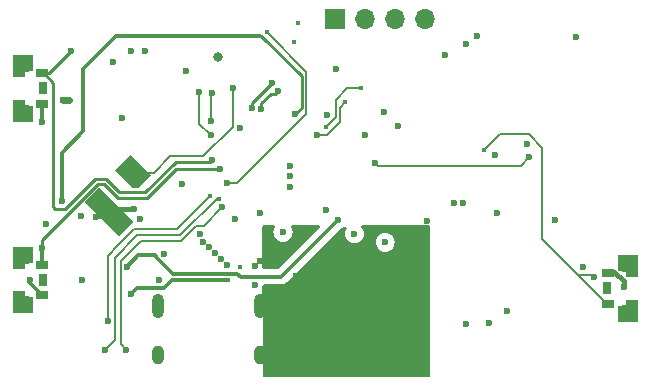
<source format=gbr>
%TF.GenerationSoftware,KiCad,Pcbnew,7.0.11-7.0.11~ubuntu22.04.1*%
%TF.CreationDate,2024-11-26T11:44:11+01:00*%
%TF.ProjectId,H-C6-ulp,482d4336-2d75-46c7-902e-6b696361645f,rev?*%
%TF.SameCoordinates,Original*%
%TF.FileFunction,Copper,L4,Bot*%
%TF.FilePolarity,Positive*%
%FSLAX46Y46*%
G04 Gerber Fmt 4.6, Leading zero omitted, Abs format (unit mm)*
G04 Created by KiCad (PCBNEW 7.0.11-7.0.11~ubuntu22.04.1) date 2024-11-26 11:44:11*
%MOMM*%
%LPD*%
G01*
G04 APERTURE LIST*
G04 Aperture macros list*
%AMRotRect*
0 Rectangle, with rotation*
0 The origin of the aperture is its center*
0 $1 length*
0 $2 width*
0 $3 Rotation angle, in degrees counterclockwise*
0 Add horizontal line*
21,1,$1,$2,0,0,$3*%
%AMOutline5P*
0 Free polygon, 5 corners , with rotation*
0 The origin of the aperture is its center*
0 number of corners: always 5*
0 $1 to $10 corner X, Y*
0 $11 Rotation angle, in degrees counterclockwise*
0 create outline with 5 corners*
4,1,5,$1,$2,$3,$4,$5,$6,$7,$8,$9,$10,$1,$2,$11*%
%AMOutline6P*
0 Free polygon, 6 corners , with rotation*
0 The origin of the aperture is its center*
0 number of corners: always 6*
0 $1 to $12 corner X, Y*
0 $13 Rotation angle, in degrees counterclockwise*
0 create outline with 6 corners*
4,1,6,$1,$2,$3,$4,$5,$6,$7,$8,$9,$10,$11,$12,$1,$2,$13*%
%AMOutline7P*
0 Free polygon, 7 corners , with rotation*
0 The origin of the aperture is its center*
0 number of corners: always 7*
0 $1 to $14 corner X, Y*
0 $15 Rotation angle, in degrees counterclockwise*
0 create outline with 7 corners*
4,1,7,$1,$2,$3,$4,$5,$6,$7,$8,$9,$10,$11,$12,$13,$14,$1,$2,$15*%
%AMOutline8P*
0 Free polygon, 8 corners , with rotation*
0 The origin of the aperture is its center*
0 number of corners: always 8*
0 $1 to $16 corner X, Y*
0 $17 Rotation angle, in degrees counterclockwise*
0 create outline with 8 corners*
4,1,8,$1,$2,$3,$4,$5,$6,$7,$8,$9,$10,$11,$12,$13,$14,$15,$16,$1,$2,$17*%
%AMFreePoly0*
4,1,21,0.435355,0.485355,0.450000,0.450000,0.450000,0.206001,0.479746,0.140866,0.500000,0.000000,0.479746,-0.140866,0.452741,-0.200000,0.900000,-0.200000,0.935355,-0.214645,0.950000,-0.250000,0.950000,-1.150000,0.935355,-1.185355,0.900000,-1.200000,-0.900000,-1.200000,-0.935355,-1.185355,-0.950000,-1.150000,-0.950000,0.450000,-0.935355,0.485355,-0.900000,0.500000,0.400000,0.500000,
0.435355,0.485355,0.435355,0.485355,$1*%
%AMFreePoly1*
4,1,21,0.935355,0.485355,0.950000,0.450000,0.950000,-1.150000,0.935355,-1.185355,0.900000,-1.200000,-0.900000,-1.200000,-0.935355,-1.185355,-0.950000,-1.150000,-0.950000,-0.250000,-0.935355,-0.214645,-0.900000,-0.200000,-0.452741,-0.200000,-0.479746,-0.140866,-0.500000,0.000000,-0.479746,0.140866,-0.450000,0.206001,-0.450000,0.450000,-0.435355,0.485355,-0.400000,0.500000,0.900000,0.500000,
0.935355,0.485355,0.935355,0.485355,$1*%
G04 Aperture macros list end*
%TA.AperFunction,ComponentPad*%
%ADD10O,1.000000X2.100000*%
%TD*%
%TA.AperFunction,ComponentPad*%
%ADD11O,1.000000X1.600000*%
%TD*%
%TA.AperFunction,ComponentPad*%
%ADD12R,1.700000X1.700000*%
%TD*%
%TA.AperFunction,ComponentPad*%
%ADD13O,1.700000X1.700000*%
%TD*%
%TA.AperFunction,SMDPad,CuDef*%
%ADD14R,1.000000X0.800000*%
%TD*%
%TA.AperFunction,SMDPad,CuDef*%
%ADD15R,0.700000X1.100000*%
%TD*%
%TA.AperFunction,ComponentPad*%
%ADD16C,1.000000*%
%TD*%
%TA.AperFunction,SMDPad,CuDef*%
%ADD17FreePoly0,270.000000*%
%TD*%
%TA.AperFunction,SMDPad,CuDef*%
%ADD18FreePoly1,270.000000*%
%TD*%
%TA.AperFunction,SMDPad,CuDef*%
%ADD19FreePoly0,90.000000*%
%TD*%
%TA.AperFunction,SMDPad,CuDef*%
%ADD20FreePoly1,90.000000*%
%TD*%
%TA.AperFunction,SMDPad,CuDef*%
%ADD21Outline5P,-0.950000X1.225000X0.950000X1.225000X0.950000X-1.225000X-0.570000X-1.225000X-0.950000X-0.845000X45.000000*%
%TD*%
%TA.AperFunction,SMDPad,CuDef*%
%ADD22RotRect,4.100000X1.700000X135.000000*%
%TD*%
%TA.AperFunction,ViaPad*%
%ADD23C,0.600000*%
%TD*%
%TA.AperFunction,ViaPad*%
%ADD24C,0.450000*%
%TD*%
%TA.AperFunction,ViaPad*%
%ADD25C,0.800000*%
%TD*%
%TA.AperFunction,Conductor*%
%ADD26C,0.400000*%
%TD*%
%TA.AperFunction,Conductor*%
%ADD27C,0.300000*%
%TD*%
%TA.AperFunction,Conductor*%
%ADD28C,0.600000*%
%TD*%
%TA.AperFunction,Conductor*%
%ADD29C,0.200000*%
%TD*%
%TA.AperFunction,Conductor*%
%ADD30C,0.250000*%
%TD*%
G04 APERTURE END LIST*
D10*
%TO.P,J1,S1,SHIELD*%
%TO.N,GND*%
X127595000Y-74090000D03*
D11*
X127595000Y-78270000D03*
D10*
X136235000Y-74090000D03*
D11*
X136235000Y-78270000D03*
%TD*%
D12*
%TO.P,J5,1,Pin_1*%
%TO.N,GND*%
X142590000Y-49770000D03*
D13*
%TO.P,J5,2,Pin_2*%
%TO.N,VDD33*%
X145130000Y-49770000D03*
%TO.P,J5,3,Pin_3*%
%TO.N,/SCL*%
X147670000Y-49770000D03*
%TO.P,J5,4,Pin_4*%
%TO.N,/SDA*%
X150210000Y-49770000D03*
%TD*%
D14*
%TO.P,U6,1,1*%
%TO.N,GND*%
X117780000Y-73190000D03*
%TO.P,U6,2,2*%
%TO.N,SW19*%
X117780000Y-70590000D03*
D15*
%TO.P,U6,3,3*%
%TO.N,unconnected-(U6-Pad3)*%
X117820000Y-71890000D03*
D16*
%TO.P,U6,4,4*%
%TO.N,unconnected-(U6-Pad4)*%
X116450000Y-69990000D03*
D17*
X116450000Y-69990000D03*
D16*
%TO.P,U6,5,5*%
%TO.N,unconnected-(U6-Pad5)*%
X116450000Y-73790000D03*
D18*
X116450000Y-73790000D03*
%TD*%
D14*
%TO.P,U4,1,1*%
%TO.N,GND*%
X117780000Y-56950000D03*
%TO.P,U4,2,2*%
%TO.N,SW18*%
X117780000Y-54350000D03*
D15*
%TO.P,U4,3,3*%
%TO.N,unconnected-(U4-Pad3)*%
X117820000Y-55650000D03*
D16*
%TO.P,U4,4,4*%
%TO.N,unconnected-(U4-Pad4)*%
X116450000Y-53750000D03*
D17*
X116450000Y-53750000D03*
D16*
%TO.P,U4,5,5*%
%TO.N,unconnected-(U4-Pad5)*%
X116450000Y-57550000D03*
D18*
X116450000Y-57550000D03*
%TD*%
D14*
%TO.P,U5,1,1*%
%TO.N,GND*%
X165650000Y-71300000D03*
%TO.P,U5,2,2*%
%TO.N,/EPD_RST*%
X165650000Y-73900000D03*
D15*
%TO.P,U5,3,3*%
%TO.N,unconnected-(U5-Pad3)*%
X165610000Y-72600000D03*
D16*
%TO.P,U5,4,4*%
%TO.N,unconnected-(U5-Pad4)*%
X166980000Y-74500000D03*
D19*
X166980000Y-74500000D03*
D16*
%TO.P,U5,5,5*%
%TO.N,unconnected-(U5-Pad5)*%
X166980000Y-70700000D03*
D20*
X166980000Y-70700000D03*
%TD*%
D21*
%TO.P,C24,1*%
%TO.N,VDD_RTC*%
X125445860Y-62808418D03*
D22*
%TO.P,C24,2*%
%TO.N,GND*%
X123420000Y-66100000D03*
%TD*%
D23*
%TO.N,GND*%
X144975000Y-74421428D03*
X124500000Y-58150000D03*
X134100000Y-66700000D03*
X138750000Y-64000000D03*
X131910000Y-69130000D03*
D24*
X142675000Y-72450000D03*
D23*
X148775000Y-72750000D03*
X128100000Y-69720000D03*
X132410000Y-69620000D03*
X121050000Y-66450000D03*
X144975000Y-77185712D03*
X147900000Y-58850000D03*
X122350000Y-66550000D03*
X144975000Y-76264284D03*
X144975000Y-79028568D03*
X129950000Y-54200000D03*
X144975000Y-78107140D03*
D24*
X142675000Y-71818750D03*
D23*
X155600000Y-75500000D03*
X151850000Y-52850000D03*
D24*
X142675000Y-69925000D03*
D23*
X116750000Y-71850000D03*
X133410000Y-70580000D03*
D24*
X142675000Y-71187500D03*
D23*
X119500000Y-56650000D03*
X120050000Y-56650000D03*
X125570000Y-65850000D03*
X135740000Y-70740000D03*
D24*
X142675000Y-70556250D03*
D23*
X138750000Y-63050000D03*
D24*
X139075000Y-51725000D03*
D23*
X156250000Y-66250000D03*
X156100000Y-61300000D03*
X162975000Y-51325000D03*
X139250000Y-71590000D03*
X144975000Y-73500000D03*
X121150000Y-71850000D03*
X150300000Y-69350000D03*
X150350000Y-66875000D03*
X157125000Y-74500000D03*
D24*
X134520000Y-70780000D03*
D23*
X138750000Y-62220000D03*
X132910000Y-70100000D03*
X135815000Y-72320000D03*
X117750000Y-58500000D03*
X131130000Y-68030000D03*
X166990000Y-72510000D03*
X144975000Y-75342856D03*
X131410000Y-68650000D03*
X125248959Y-52486484D03*
X153680000Y-75600000D03*
X153675000Y-51875000D03*
D24*
X142675000Y-69225000D03*
D23*
X127617525Y-71880000D03*
X136240000Y-70250000D03*
%TO.N,ENABLE*%
X142800000Y-66800000D03*
X124950000Y-70750000D03*
%TO.N,VDD33*%
X123750000Y-53450000D03*
X144200000Y-67980000D03*
X138150000Y-67850000D03*
X153375000Y-65375000D03*
X118113679Y-67163679D03*
X163550000Y-70800000D03*
X136200000Y-66200000D03*
X154547702Y-51227298D03*
X141800000Y-65950000D03*
X126450000Y-52487525D03*
X141871293Y-57896293D03*
X161150000Y-66850000D03*
D24*
X139425000Y-50125000D03*
D23*
X134491404Y-58996490D03*
X142675000Y-54000000D03*
X145100000Y-59650000D03*
X152600000Y-65375000D03*
D25*
X132650000Y-53000000D03*
D23*
%TO.N,Net-(D2-A)*%
X146800000Y-68700000D03*
X146725000Y-57675000D03*
%TO.N,VDD_RTC*%
X133900000Y-55600000D03*
%TO.N,VBUS*%
X126025000Y-66750000D03*
X129577298Y-63727298D03*
%TO.N,SW19*%
X117750000Y-69150000D03*
X132800000Y-62450000D03*
D24*
%TO.N,/EPD_RST*%
X155170000Y-60910000D03*
D23*
X164500000Y-71600000D03*
%TO.N,/EPD_BUSY*%
X145910000Y-61950000D03*
X159000000Y-61500000D03*
%TO.N,unconnected-(J2-Pad19)*%
X158850000Y-60350000D03*
%TO.N,/RTC_EVI*%
X137750000Y-55850000D03*
X136300000Y-57400000D03*
D24*
%TO.N,/RTC_SQW*%
X136761103Y-50877219D03*
D23*
X133400000Y-63650000D03*
%TO.N,Net-(U1-GPIO8)*%
X141054720Y-59654720D03*
D24*
X143400000Y-56850000D03*
%TO.N,/SDA*%
X141755913Y-58930913D03*
X144775000Y-55675000D03*
D23*
%TO.N,/RTC_INT*%
X135550000Y-57350000D03*
X137200000Y-55250000D03*
D24*
%TO.N,/IO_21*%
X132000000Y-64750000D03*
D23*
X123300000Y-75400000D03*
D24*
%TO.N,/IO_22*%
X132701922Y-65034613D03*
D23*
X123050000Y-77800000D03*
%TO.N,/IO_23*%
X133000000Y-65750000D03*
X124850000Y-77800000D03*
%TO.N,/IO_TX*%
X132050000Y-58450000D03*
X132150000Y-56050000D03*
%TO.N,/IO_RX*%
X131050000Y-56000000D03*
X132050000Y-59650000D03*
D24*
%TO.N,Net-(J1-CC2)*%
X133460000Y-71910000D03*
D23*
X125300000Y-73050000D03*
%TO.N,BOOT*%
X119447702Y-65197702D03*
X139200000Y-57850000D03*
%TO.N,SW18*%
X120200000Y-52500000D03*
X132150000Y-61700000D03*
%TD*%
D26*
%TO.N,GND*%
X166158486Y-71170000D02*
X165650000Y-71170000D01*
D27*
X122970000Y-66550000D02*
X123420000Y-66100000D01*
X117780000Y-58470000D02*
X117750000Y-58500000D01*
D26*
X125570000Y-65850000D02*
X123670000Y-65850000D01*
D27*
X122350000Y-66550000D02*
X122970000Y-66550000D01*
X117780000Y-56950000D02*
X117780000Y-58470000D01*
D26*
X166990000Y-72510000D02*
X166990000Y-72001514D01*
D27*
X116750000Y-72160000D02*
X117780000Y-73190000D01*
D26*
X166990000Y-72001514D02*
X166158486Y-71170000D01*
D27*
X116750000Y-71850000D02*
X116750000Y-72160000D01*
D28*
X120050000Y-56650000D02*
X119500000Y-56650000D01*
D26*
X123670000Y-65850000D02*
X123420000Y-66100000D01*
D27*
%TO.N,ENABLE*%
X127330000Y-69800000D02*
X127515000Y-69985000D01*
X134280000Y-71340000D02*
X128870000Y-71340000D01*
X124950000Y-70750000D02*
X125900000Y-69800000D01*
X137980000Y-71620000D02*
X134560000Y-71620000D01*
X142800000Y-66800000D02*
X137980000Y-71620000D01*
X125900000Y-69800000D02*
X127330000Y-69800000D01*
X134560000Y-71620000D02*
X134280000Y-71340000D01*
X128870000Y-71340000D02*
X127515000Y-69985000D01*
D29*
%TO.N,VDD_RTC*%
X131400000Y-61400000D02*
X133900000Y-58900000D01*
X133900000Y-58900000D02*
X133900000Y-55600000D01*
X128600000Y-61400000D02*
X131400000Y-61400000D01*
X125445860Y-62808418D02*
X127191582Y-62808418D01*
X127191582Y-62808418D02*
X128600000Y-61400000D01*
D30*
%TO.N,SW19*%
X122457564Y-63774390D02*
X117750000Y-68481954D01*
X126600000Y-64950000D02*
X124150000Y-64950000D01*
X122974390Y-63774390D02*
X122457564Y-63774390D01*
D27*
X117750000Y-70560000D02*
X117780000Y-70590000D01*
D30*
X129100000Y-62450000D02*
X126600000Y-64950000D01*
X117750000Y-68481954D02*
X117750000Y-69150000D01*
X132800000Y-62450000D02*
X129100000Y-62450000D01*
X124150000Y-64950000D02*
X122974390Y-63774390D01*
D27*
X117750000Y-69150000D02*
X117750000Y-70560000D01*
D29*
%TO.N,/EPD_RST*%
X156560000Y-59520000D02*
X158940000Y-59520000D01*
X160100000Y-60680000D02*
X160100000Y-68220000D01*
X164350000Y-71450000D02*
X164500000Y-71600000D01*
X160100000Y-68400000D02*
X162875000Y-71175000D01*
X162875000Y-71175000D02*
X163150000Y-71450000D01*
X155170000Y-60910000D02*
X156560000Y-59520000D01*
X160100000Y-68220000D02*
X160100000Y-68400000D01*
X163150000Y-71450000D02*
X165600000Y-73900000D01*
X158940000Y-59520000D02*
X160100000Y-60680000D01*
X163150000Y-71450000D02*
X164350000Y-71450000D01*
%TO.N,/EPD_BUSY*%
X159000000Y-61500000D02*
X158300000Y-62200000D01*
X158300000Y-62200000D02*
X146160000Y-62200000D01*
X146160000Y-62200000D02*
X145910000Y-61950000D01*
D30*
%TO.N,/RTC_EVI*%
X137750000Y-55850000D02*
X137500000Y-56100000D01*
X137500000Y-56100000D02*
X137100000Y-56100000D01*
X136300000Y-56900000D02*
X136300000Y-57400000D01*
X137100000Y-56100000D02*
X136300000Y-56900000D01*
D29*
%TO.N,/RTC_SQW*%
X133400000Y-63650000D02*
X134269239Y-63650000D01*
X140125000Y-57794239D02*
X140125000Y-54241116D01*
X140125000Y-54241116D02*
X136761103Y-50877219D01*
X134269239Y-63650000D02*
X140125000Y-57794239D01*
%TO.N,Net-(U1-GPIO8)*%
X142950000Y-57300000D02*
X142950000Y-58550000D01*
X142950000Y-58550000D02*
X141845280Y-59654720D01*
X143400000Y-56850000D02*
X142950000Y-57300000D01*
X141845280Y-59654720D02*
X141054720Y-59654720D01*
%TO.N,/SDA*%
X144775000Y-55675000D02*
X143575000Y-55675000D01*
X143575000Y-55675000D02*
X142600000Y-56650000D01*
X142600000Y-58086826D02*
X141755913Y-58930913D01*
X142600000Y-56650000D02*
X142600000Y-58086826D01*
D30*
%TO.N,/RTC_INT*%
X135550000Y-56900000D02*
X135550000Y-57350000D01*
X137200000Y-55250000D02*
X135550000Y-56900000D01*
D29*
%TO.N,/IO_21*%
X132000000Y-64750000D02*
X129150000Y-67600000D01*
X123300000Y-69850000D02*
X123300000Y-75400000D01*
X125550000Y-67600000D02*
X124200000Y-68950000D01*
X129150000Y-67600000D02*
X125550000Y-67600000D01*
X124200000Y-68950000D02*
X123300000Y-69850000D01*
%TO.N,/IO_22*%
X132520413Y-65034613D02*
X129455026Y-68100000D01*
X123900000Y-70000000D02*
X123900000Y-76950000D01*
X123900000Y-76950000D02*
X123050000Y-77800000D01*
X129455026Y-68100000D02*
X125800000Y-68100000D01*
X132701922Y-65034613D02*
X132520413Y-65034613D01*
X125800000Y-68100000D02*
X123900000Y-70000000D01*
%TO.N,/IO_23*%
X124400000Y-77350000D02*
X124850000Y-77800000D01*
X129500000Y-68550000D02*
X126100000Y-68550000D01*
X133000000Y-65750000D02*
X131450000Y-67300000D01*
X130750000Y-67300000D02*
X129500000Y-68550000D01*
X126100000Y-68550000D02*
X124400000Y-70250000D01*
X131450000Y-67300000D02*
X130750000Y-67300000D01*
X124400000Y-70250000D02*
X124400000Y-77350000D01*
%TO.N,/IO_TX*%
X132050000Y-56150000D02*
X132150000Y-56050000D01*
X132050000Y-58450000D02*
X132050000Y-56150000D01*
%TO.N,/IO_RX*%
X132050000Y-59650000D02*
X131050000Y-58650000D01*
X131050000Y-58650000D02*
X131050000Y-56000000D01*
D27*
%TO.N,Net-(J1-CC2)*%
X133460000Y-71910000D02*
X128720000Y-71910000D01*
X126890000Y-72580000D02*
X125770000Y-72580000D01*
X125770000Y-72580000D02*
X125300000Y-73050000D01*
X128720000Y-71910000D02*
X128050000Y-72580000D01*
X128050000Y-72580000D02*
X126890000Y-72580000D01*
%TO.N,BOOT*%
X119450000Y-65195404D02*
X119447702Y-65197702D01*
X121256470Y-53993530D02*
X121256470Y-59293530D01*
D30*
X139750000Y-57300000D02*
X139750000Y-54650000D01*
D27*
X136200000Y-51200000D02*
X124050000Y-51200000D01*
X124050000Y-51200000D02*
X121256470Y-53993530D01*
X121256470Y-59293530D02*
X119450000Y-61100000D01*
D30*
X136300000Y-51200000D02*
X136200000Y-51200000D01*
X139750000Y-54650000D02*
X136300000Y-51200000D01*
X139200000Y-57850000D02*
X139750000Y-57300000D01*
D27*
X119450000Y-61100000D02*
X119450000Y-65195404D01*
D30*
%TO.N,SW18*%
X117880000Y-54350000D02*
X117780000Y-54350000D01*
X117780000Y-54350000D02*
X118350000Y-54350000D01*
X118700000Y-65750000D02*
X118700000Y-55170000D01*
X131950000Y-61900000D02*
X129050000Y-61900000D01*
X118350000Y-54350000D02*
X120200000Y-52500000D01*
X124250000Y-64450000D02*
X123174390Y-63374390D01*
X122225610Y-63374390D02*
X119700000Y-65900000D01*
X129050000Y-61900000D02*
X126500000Y-64450000D01*
X118700000Y-55170000D02*
X117880000Y-54350000D01*
X118850000Y-65900000D02*
X118700000Y-65750000D01*
X126500000Y-64450000D02*
X124250000Y-64450000D01*
X123174390Y-63374390D02*
X122225610Y-63374390D01*
X132150000Y-61700000D02*
X131950000Y-61900000D01*
X119700000Y-65900000D02*
X118850000Y-65900000D01*
%TD*%
%TA.AperFunction,Conductor*%
%TO.N,GND*%
G36*
X150542856Y-67244785D02*
G01*
X150588704Y-67297508D01*
X150600000Y-67349218D01*
X150600000Y-80000780D01*
X150580315Y-80067819D01*
X150527511Y-80113574D01*
X150475781Y-80124780D01*
X136548540Y-80100217D01*
X136481536Y-80080414D01*
X136435874Y-80027529D01*
X136424759Y-79976460D01*
X136418060Y-76533051D01*
X136410010Y-72394741D01*
X136429564Y-72327664D01*
X136482279Y-72281806D01*
X136534010Y-72270500D01*
X137894495Y-72270500D01*
X137910505Y-72272267D01*
X137910528Y-72272026D01*
X137918289Y-72272758D01*
X137918296Y-72272760D01*
X137988262Y-72270560D01*
X137992157Y-72270500D01*
X138020925Y-72270500D01*
X138025287Y-72269948D01*
X138036939Y-72269030D01*
X138082569Y-72267597D01*
X138102956Y-72261673D01*
X138121996Y-72257731D01*
X138143058Y-72255071D01*
X138185520Y-72238258D01*
X138196557Y-72234480D01*
X138240398Y-72221744D01*
X138258665Y-72210939D01*
X138276136Y-72202380D01*
X138295871Y-72194568D01*
X138332816Y-72167725D01*
X138342558Y-72161326D01*
X138381865Y-72138081D01*
X138396870Y-72123075D01*
X138411668Y-72110436D01*
X138428837Y-72097963D01*
X138457946Y-72062774D01*
X138465790Y-72054154D01*
X142898224Y-67621720D01*
X142959545Y-67588237D01*
X142972019Y-67586183D01*
X142979255Y-67585368D01*
X143149522Y-67525789D01*
X143302262Y-67429816D01*
X143325973Y-67406104D01*
X143387292Y-67372621D01*
X143456984Y-67377604D01*
X143512918Y-67419475D01*
X143537336Y-67484939D01*
X143522485Y-67553212D01*
X143518646Y-67559759D01*
X143474211Y-67630476D01*
X143414631Y-67800745D01*
X143414630Y-67800750D01*
X143394435Y-67979996D01*
X143394435Y-67980003D01*
X143414630Y-68159249D01*
X143414631Y-68159254D01*
X143474211Y-68329523D01*
X143568646Y-68479815D01*
X143570184Y-68482262D01*
X143697738Y-68609816D01*
X143770547Y-68655565D01*
X143841269Y-68700003D01*
X143850478Y-68705789D01*
X144020745Y-68765368D01*
X144020750Y-68765369D01*
X144199996Y-68785565D01*
X144200000Y-68785565D01*
X144200004Y-68785565D01*
X144379249Y-68765369D01*
X144379252Y-68765368D01*
X144379255Y-68765368D01*
X144549522Y-68705789D01*
X144558730Y-68700003D01*
X145994435Y-68700003D01*
X146014630Y-68879249D01*
X146014631Y-68879254D01*
X146074211Y-69049523D01*
X146170184Y-69202262D01*
X146297738Y-69329816D01*
X146450478Y-69425789D01*
X146620745Y-69485368D01*
X146620750Y-69485369D01*
X146799996Y-69505565D01*
X146800000Y-69505565D01*
X146800004Y-69505565D01*
X146979249Y-69485369D01*
X146979252Y-69485368D01*
X146979255Y-69485368D01*
X147149522Y-69425789D01*
X147302262Y-69329816D01*
X147429816Y-69202262D01*
X147525789Y-69049522D01*
X147585368Y-68879255D01*
X147585369Y-68879249D01*
X147605565Y-68700003D01*
X147605565Y-68699996D01*
X147585369Y-68520750D01*
X147585368Y-68520745D01*
X147525788Y-68350476D01*
X147486582Y-68288080D01*
X147429816Y-68197738D01*
X147302262Y-68070184D01*
X147237124Y-68029255D01*
X147149523Y-67974211D01*
X146979254Y-67914631D01*
X146979249Y-67914630D01*
X146800004Y-67894435D01*
X146799996Y-67894435D01*
X146620750Y-67914630D01*
X146620745Y-67914631D01*
X146450476Y-67974211D01*
X146297737Y-68070184D01*
X146170184Y-68197737D01*
X146074211Y-68350476D01*
X146014631Y-68520745D01*
X146014630Y-68520750D01*
X145994435Y-68699996D01*
X145994435Y-68700003D01*
X144558730Y-68700003D01*
X144702262Y-68609816D01*
X144829816Y-68482262D01*
X144925789Y-68329522D01*
X144985368Y-68159255D01*
X144995404Y-68070184D01*
X145005565Y-67980003D01*
X145005565Y-67979996D01*
X144985369Y-67800750D01*
X144985368Y-67800745D01*
X144925788Y-67630476D01*
X144881353Y-67559759D01*
X144829816Y-67477738D01*
X144798818Y-67446740D01*
X144765333Y-67385417D01*
X144770317Y-67315725D01*
X144812189Y-67259792D01*
X144877653Y-67235375D01*
X144886270Y-67235059D01*
X150475784Y-67225218D01*
X150542856Y-67244785D01*
G37*
%TD.AperFunction*%
%TA.AperFunction,Conductor*%
G36*
X141205889Y-67261223D02*
G01*
X141251736Y-67313946D01*
X141261802Y-67383087D01*
X141232889Y-67446694D01*
X141226714Y-67453337D01*
X137746873Y-70933181D01*
X137685550Y-70966666D01*
X137659192Y-70969500D01*
X136530995Y-70969500D01*
X136463956Y-70949815D01*
X136418201Y-70897011D01*
X136406995Y-70845743D01*
X136400241Y-67374021D01*
X136419795Y-67306945D01*
X136472510Y-67261087D01*
X136524020Y-67249781D01*
X137358081Y-67248313D01*
X137425151Y-67267879D01*
X137470998Y-67320602D01*
X137481064Y-67389743D01*
X137463289Y-67438283D01*
X137424212Y-67500474D01*
X137364631Y-67670745D01*
X137364630Y-67670750D01*
X137344435Y-67849996D01*
X137344435Y-67850003D01*
X137364630Y-68029249D01*
X137364631Y-68029254D01*
X137424211Y-68199523D01*
X137505895Y-68329522D01*
X137520184Y-68352262D01*
X137647738Y-68479816D01*
X137800478Y-68575789D01*
X137897719Y-68609815D01*
X137970745Y-68635368D01*
X137970750Y-68635369D01*
X138149996Y-68655565D01*
X138150000Y-68655565D01*
X138150004Y-68655565D01*
X138329249Y-68635369D01*
X138329252Y-68635368D01*
X138329255Y-68635368D01*
X138499522Y-68575789D01*
X138652262Y-68479816D01*
X138779816Y-68352262D01*
X138875789Y-68199522D01*
X138935368Y-68029255D01*
X138935369Y-68029249D01*
X138955565Y-67850003D01*
X138955565Y-67849996D01*
X138935369Y-67670750D01*
X138935368Y-67670745D01*
X138875788Y-67500475D01*
X138834961Y-67435501D01*
X138815960Y-67368264D01*
X138836327Y-67301429D01*
X138889595Y-67256215D01*
X138939733Y-67245528D01*
X141138818Y-67241657D01*
X141205889Y-67261223D01*
G37*
%TD.AperFunction*%
%TD*%
M02*

</source>
